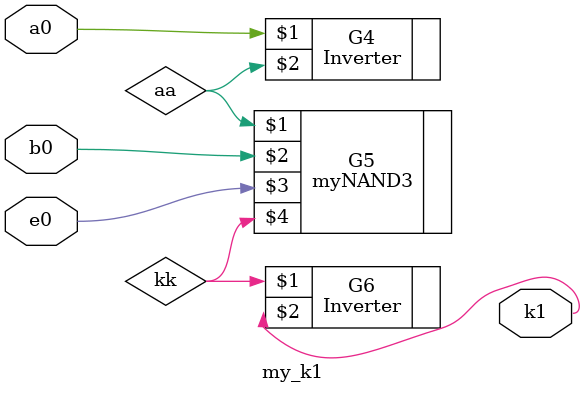
<source format=v>
`timescale 1ns/1ns
module my_k1(input a0, b0, e0, output k1); 
	Inverter G4(a0, aa);
	myNAND3 G5(aa, b0, e0, kk);
	Inverter G6(kk, k1);
endmodule
</source>
